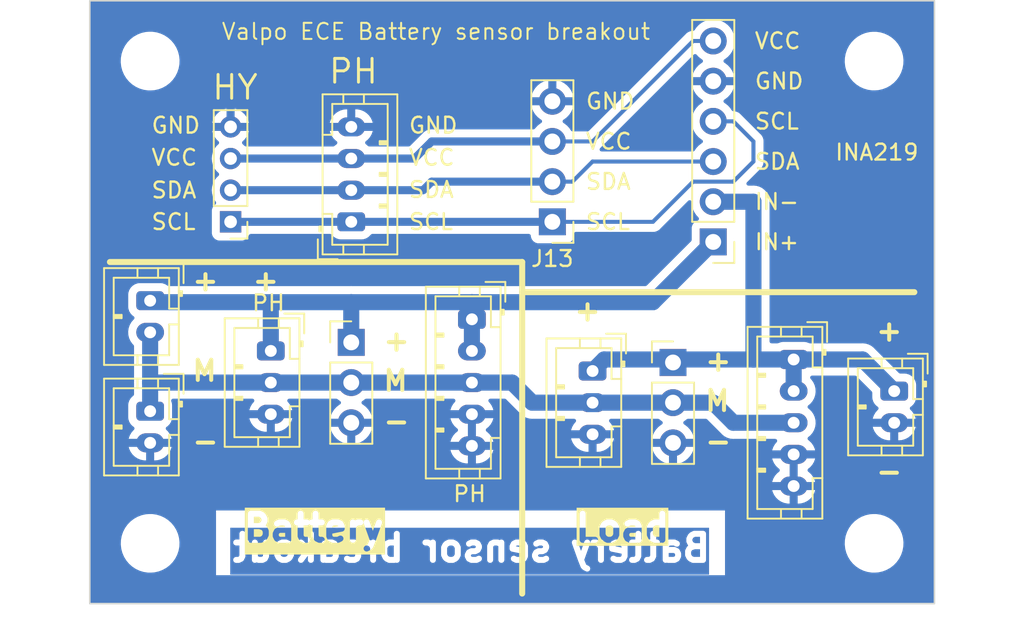
<source format=kicad_pcb>
(kicad_pcb (version 20221018) (generator pcbnew)
  (layers (0 "F.Cu" signal) (31 "B.Cu" signal) (34 "B.Paste" user) (35 "F.Paste" user) (36 "B.SilkS" user "B.Silkscreen") (37 "F.SilkS" user "F.Silkscreen") (38 "B.Mask" user) (39 "F.Mask" user) (44 "Edge.Cuts" user))
  (net 0 "")
  (net 1 "VBATT")
  (net 2 "VMID")
  (net 3 "GND")
  (net 4 "VLOAD")
  (net 5 "Net-(J10-Pin_3)")
  (net 6 "Net-(J10-Pin_4)")
  (net 7 "Net-(J10-Pin_6)")
  (footprint "Connector_PinHeader_2.54mm:PinHeader_1x04_P2.54mm_Vertical" (layer "F.Cu") (at 121.92 83.82 180)
    (fp_text reference "J13" (at 0 -2.33 180) (layer "F.SilkS"))
    (fp_text value "100mil")
    (fp_line (start -1.33 -1.33) (end 0 -1.33) (stroke (width 0.12)) (layer "F.SilkS"))
    (fp_line (start -1.33 0) (end -1.33 -1.33) (stroke (width 0.12)) (layer "F.SilkS"))
    (fp_line (start -1.33 1.27) (end -1.33 8.95) (stroke (width 0.12)) (layer "F.SilkS"))
    (fp_line (start -1.33 1.27) (end 1.33 1.27) (stroke (width 0.12)) (layer "F.SilkS"))
    (fp_line (start -1.33 8.95) (end 1.33 8.95) (stroke (width 0.12)) (layer "F.SilkS"))
    (fp_line (start 1.33 1.27) (end 1.33 8.95) (stroke (width 0.12)) (layer "F.SilkS"))
    (pad "1" thru_hole rect (at 0 0 180) (size 1.7 1.7) (drill 1) (layers "*.Cu" "*.Mask") (net 6 "Net-(J10-Pin_4)"))
    (pad "2" thru_hole oval (at 0 2.54 180) (size 1.7 1.7) (drill 1) (layers "*.Cu" "*.Mask") (net 5 "Net-(J10-Pin_3)"))
    (pad "3" thru_hole oval (at 0 5.08 180) (size 1.7 1.7) (drill 1) (layers "*.Cu" "*.Mask") (net 7 "Net-(J10-Pin_6)"))
    (pad "4" thru_hole oval (at 0 7.62 180) (size 1.7 1.7) (drill 1) (layers "*.Cu" "*.Mask") (net 3 "GND"))
  )
  (footprint "Connector_PinHeader_2.00mm:PinHeader_1x04_P2.00mm_Vertical" (layer "F.Cu") (at 101.6 83.82 180)
    (fp_text reference "J12" hide)
    (fp_text value "HY2.0")
    (fp_line (start -1.06 -1.06) (end 0 -1.06) (stroke (width 0.12)) (layer "F.SilkS"))
    (fp_line (start -1.06 0) (end -1.06 -1.06) (stroke (width 0.12)) (layer "F.SilkS"))
    (fp_line (start -1.06 1) (end -1.06 7.06) (stroke (width 0.12)) (layer "F.SilkS"))
    (fp_line (start -1.06 1) (end 1.06 1) (stroke (width 0.12)) (layer "F.SilkS"))
    (fp_line (start -1.06 7.06) (end 1.06 7.06) (stroke (width 0.12)) (layer "F.SilkS"))
    (fp_line (start 1.06 1) (end 1.06 7.06) (stroke (width 0.12)) (layer "F.SilkS"))
    (pad "1" thru_hole rect (at 0 0 180) (size 1.35 1.35) (drill 0.8) (layers "*.Cu" "*.Mask") (net 6 "Net-(J10-Pin_4)"))
    (pad "2" thru_hole oval (at 0 2 180) (size 1.35 1.35) (drill 0.8) (layers "*.Cu" "*.Mask") (net 5 "Net-(J10-Pin_3)"))
    (pad "3" thru_hole oval (at 0 4 180) (size 1.35 1.35) (drill 0.8) (layers "*.Cu" "*.Mask") (net 7 "Net-(J10-Pin_6)"))
    (pad "4" thru_hole oval (at 0 6 180) (size 1.35 1.35) (drill 0.8) (layers "*.Cu" "*.Mask") (net 3 "GND"))
  )
  (footprint "MountingHole:MountingHole_3.2mm_M3" (layer "F.Cu") (at 142.24 104.14)
    (fp_text reference "H4" hide)
    (fp_text value "MountingHole_3.2mm_M3")
    (pad "" np_thru_hole circle (at 0 0) (size 3.2 3.2) (drill 3.2) (layers "F&B.Cu" "*.Mask"))
  )
  (footprint "Connector_JST:JST_PH_B3B-PH-K_1x03_P2.00mm_Vertical" (layer "F.Cu") (at 104.14 91.98 -90)
    (fp_text reference "J3" hide)
    (fp_text value "batt_2S_PH")
    (fp_line (start -2.36 -2.11) (end -2.36 -0.86) (stroke (width 0.12)) (layer "F.SilkS"))
    (fp_line (start -2.06 -1.81) (end -2.06 2.91) (stroke (width 0.12)) (layer "F.SilkS"))
    (fp_line (start -2.06 -0.5) (end -1.45 -0.5) (stroke (width 0.12)) (layer "F.SilkS"))
    (fp_line (start -2.06 0.8) (end -1.45 0.8) (stroke (width 0.12)) (layer "F.SilkS"))
    (fp_line (start -2.06 2.91) (end 6.06 2.91) (stroke (width 0.12)) (layer "F.SilkS"))
    (fp_line (start -1.45 -1.2) (end -1.45 2.3) (stroke (width 0.12)) (layer "F.SilkS"))
    (fp_line (start -1.45 2.3) (end 5.45 2.3) (stroke (width 0.12)) (layer "F.SilkS"))
    (fp_line (start -1.11 -2.11) (end -2.36 -2.11) (stroke (width 0.12)) (layer "F.SilkS"))
    (fp_line (start -0.6 -2.01) (end -0.6 -1.81) (stroke (width 0.12)) (layer "F.SilkS"))
    (fp_line (start -0.3 -2.01) (end -0.6 -2.01) (stroke (width 0.12)) (layer "F.SilkS"))
    (fp_line (start -0.3 -1.91) (end -0.6 -1.91) (stroke (width 0.12)) (layer "F.SilkS"))
    (fp_line (start -0.3 -1.81) (end -0.3 -2.01) (stroke (width 0.12)) (layer "F.SilkS"))
    (fp_line (start 0.5 -1.81) (end 0.5 -1.2) (stroke (width 0.12)) (layer "F.SilkS"))
    (fp_line (start 0.5 -1.2) (end -1.45 -1.2) (stroke (width 0.12)) (layer "F.SilkS"))
    (fp_line (start 0.9 1.8) (end 1.1 1.8) (stroke (width 0.12)) (layer "F.SilkS"))
    (fp_line (start 0.9 2.3) (end 0.9 1.8) (stroke (width 0.12)) (layer "F.SilkS"))
    (fp_line (start 1 2.3) (end 1 1.8) (stroke (width 0.12)) (layer "F.SilkS"))
    (fp_line (start 1.1 1.8) (end 1.1 2.3) (stroke (width 0.12)) (layer "F.SilkS"))
    (fp_line (start 2.9 1.8) (end 3.1 1.8) (stroke (width 0.12)) (layer "F.SilkS"))
    (fp_line (start 2.9 2.3) (end 2.9 1.8) (stroke (width 0.12)) (layer "F.SilkS"))
    (fp_line (start 3 2.3) (end 3 1.8) (stroke (width 0.12)) (layer "F.SilkS"))
    (fp_line (start 3.1 1.8) (end 3.1 2.3) (stroke (width 0.12)) (layer "F.SilkS"))
    (fp_line (start 3.5 -1.2) (end 3.5 -1.81) (stroke (width 0.12)) (layer "F.SilkS"))
    (fp_line (start 5.45 -1.2) (end 3.5 -1.2) (stroke (width 0.12)) (layer "F.SilkS"))
    (fp_line (start 5.45 2.3) (end 5.45 -1.2) (stroke (width 0.12)) (layer "F.SilkS"))
    (fp_line (start 6.06 -1.81) (end -2.06 -1.81) (stroke (width 0.12)) (layer "F.SilkS"))
    (fp_line (start 6.06 -0.5) (end 5.45 -0.5) (stroke (width 0.12)) (layer "F.SilkS"))
    (fp_line (start 6.06 0.8) (end 5.45 0.8) (stroke (width 0.12)) (layer "F.SilkS"))
    (fp_line (start 6.06 2.91) (end 6.06 -1.81) (stroke (width 0.12)) (layer "F.SilkS"))
    (pad "1" thru_hole roundrect (at 0 0 270) (size 1.2 1.75) (drill 0.75) (layers "*.Cu" "*.Mask") (roundrect_rratio 0.2083333333) (net 1 "VBATT"))
    (pad "2" thru_hole oval (at 2 0 270) (size 1.2 1.75) (drill 0.75) (layers "*.Cu" "*.Mask") (net 2 "VMID"))
    (pad "3" thru_hole oval (at 4 0 270) (size 1.2 1.75) (drill 0.75) (layers "*.Cu" "*.Mask") (net 3 "GND"))
  )
  (footprint "Connector_JST:JST_PH_B3B-PH-K_1x03_P2.00mm_Vertical" (layer "F.Cu") (at 124.46 93.25 -90)
    (fp_text reference "J6" hide)
    (fp_text value "batt_2S_PH")
    (fp_line (start -2.36 -2.11) (end -2.36 -0.86) (stroke (width 0.12)) (layer "F.SilkS"))
    (fp_line (start -2.06 -1.81) (end -2.06 2.91) (stroke (width 0.12)) (layer "F.SilkS"))
    (fp_line (start -2.06 -0.5) (end -1.45 -0.5) (stroke (width 0.12)) (layer "F.SilkS"))
    (fp_line (start -2.06 0.8) (end -1.45 0.8) (stroke (width 0.12)) (layer "F.SilkS"))
    (fp_line (start -2.06 2.91) (end 6.06 2.91) (stroke (width 0.12)) (layer "F.SilkS"))
    (fp_line (start -1.45 -1.2) (end -1.45 2.3) (stroke (width 0.12)) (layer "F.SilkS"))
    (fp_line (start -1.45 2.3) (end 5.45 2.3) (stroke (width 0.12)) (layer "F.SilkS"))
    (fp_line (start -1.11 -2.11) (end -2.36 -2.11) (stroke (width 0.12)) (layer "F.SilkS"))
    (fp_line (start -0.6 -2.01) (end -0.6 -1.81) (stroke (width 0.12)) (layer "F.SilkS"))
    (fp_line (start -0.3 -2.01) (end -0.6 -2.01) (stroke (width 0.12)) (layer "F.SilkS"))
    (fp_line (start -0.3 -1.91) (end -0.6 -1.91) (stroke (width 0.12)) (layer "F.SilkS"))
    (fp_line (start -0.3 -1.81) (end -0.3 -2.01) (stroke (width 0.12)) (layer "F.SilkS"))
    (fp_line (start 0.5 -1.81) (end 0.5 -1.2) (stroke (width 0.12)) (layer "F.SilkS"))
    (fp_line (start 0.5 -1.2) (end -1.45 -1.2) (stroke (width 0.12)) (layer "F.SilkS"))
    (fp_line (start 0.9 1.8) (end 1.1 1.8) (stroke (width 0.12)) (layer "F.SilkS"))
    (fp_line (start 0.9 2.3) (end 0.9 1.8) (stroke (width 0.12)) (layer "F.SilkS"))
    (fp_line (start 1 2.3) (end 1 1.8) (stroke (width 0.12)) (layer "F.SilkS"))
    (fp_line (start 1.1 1.8) (end 1.1 2.3) (stroke (width 0.12)) (layer "F.SilkS"))
    (fp_line (start 2.9 1.8) (end 3.1 1.8) (stroke (width 0.12)) (layer "F.SilkS"))
    (fp_line (start 2.9 2.3) (end 2.9 1.8) (stroke (width 0.12)) (layer "F.SilkS"))
    (fp_line (start 3 2.3) (end 3 1.8) (stroke (width 0.12)) (layer "F.SilkS"))
    (fp_line (start 3.1 1.8) (end 3.1 2.3) (stroke (width 0.12)) (layer "F.SilkS"))
    (fp_line (start 3.5 -1.2) (end 3.5 -1.81) (stroke (width 0.12)) (layer "F.SilkS"))
    (fp_line (start 5.45 -1.2) (end 3.5 -1.2) (stroke (width 0.12)) (layer "F.SilkS"))
    (fp_line (start 5.45 2.3) (end 5.45 -1.2) (stroke (width 0.12)) (layer "F.SilkS"))
    (fp_line (start 6.06 -1.81) (end -2.06 -1.81) (stroke (width 0.12)) (layer "F.SilkS"))
    (fp_line (start 6.06 -0.5) (end 5.45 -0.5) (stroke (width 0.12)) (layer "F.SilkS"))
    (fp_line (start 6.06 0.8) (end 5.45 0.8) (stroke (width 0.12)) (layer "F.SilkS"))
    (fp_line (start 6.06 2.91) (end 6.06 -1.81) (stroke (width 0.12)) (layer "F.SilkS"))
    (pad "1" thru_hole roundrect (at 0 0 270) (size 1.2 1.75) (drill 0.75) (layers "*.Cu" "*.Mask") (roundrect_rratio 0.2083333333) (net 4 "VLOAD"))
    (pad "2" thru_hole oval (at 2 0 270) (size 1.2 1.75) (drill 0.75) (layers "*.Cu" "*.Mask") (net 2 "VMID"))
    (pad "3" thru_hole oval (at 4 0 270) (size 1.2 1.75) (drill 0.75) (layers "*.Cu" "*.Mask") (net 3 "GND"))
  )
  (footprint "Connector_JST:JST_PH_B2B-PH-K_1x02_P2.00mm_Vertical" (layer "F.Cu") (at 143.51 94.52 -90)
    (fp_text reference "J9" hide)
    (fp_text value "batt_1S")
    (fp_line (start -2.36 -2.11) (end -2.36 -0.86) (stroke (width 0.12)) (layer "F.SilkS"))
    (fp_line (start -2.06 -1.81) (end -2.06 2.91) (stroke (width 0.12)) (layer "F.SilkS"))
    (fp_line (start -2.06 -0.5) (end -1.45 -0.5) (stroke (width 0.12)) (layer "F.SilkS"))
    (fp_line (start -2.06 0.8) (end -1.45 0.8) (stroke (width 0.12)) (layer "F.SilkS"))
    (fp_line (start -2.06 2.91) (end 4.06 2.91) (stroke (width 0.12)) (layer "F.SilkS"))
    (fp_line (start -1.45 -1.2) (end -1.45 2.3) (stroke (width 0.12)) (layer "F.SilkS"))
    (fp_line (start -1.45 2.3) (end 3.45 2.3) (stroke (width 0.12)) (layer "F.SilkS"))
    (fp_line (start -1.11 -2.11) (end -2.36 -2.11) (stroke (width 0.12)) (layer "F.SilkS"))
    (fp_line (start -0.6 -2.01) (end -0.6 -1.81) (stroke (width 0.12)) (layer "F.SilkS"))
    (fp_line (start -0.3 -2.01) (end -0.6 -2.01) (stroke (width 0.12)) (layer "F.SilkS"))
    (fp_line (start -0.3 -1.91) (end -0.6 -1.91) (stroke (width 0.12)) (layer "F.SilkS"))
    (fp_line (start -0.3 -1.81) (end -0.3 -2.01) (stroke (width 0.12)) (layer "F.SilkS"))
    (fp_line (start 0.5 -1.81) (end 0.5 -1.2) (stroke (width 0.12)) (layer "F.SilkS"))
    (fp_line (start 0.5 -1.2) (end -1.45 -1.2) (stroke (width 0.12)) (layer "F.SilkS"))
    (fp_line (start 0.9 1.8) (end 1.1 1.8) (stroke (width 0.12)) (layer "F.SilkS"))
    (fp_line (start 0.9 2.3) (end 0.9 1.8) (stroke (width 0.12)) (layer "F.SilkS"))
    (fp_line (start 1 2.3) (end 1 1.8) (stroke (width 0.12)) (layer "F.SilkS"))
    (fp_line (start 1.1 1.8) (end 1.1 2.3) (stroke (width 0.12)) (layer "F.SilkS"))
    (fp_line (start 1.5 -1.2) (end 1.5 -1.81) (stroke (width 0.12)) (layer "F.SilkS"))
    (fp_line (start 3.45 -1.2) (end 1.5 -1.2) (stroke (width 0.12)) (layer "F.SilkS"))
    (fp_line (start 3.45 2.3) (end 3.45 -1.2) (stroke (width 0.12)) (layer "F.SilkS"))
    (fp_line (start 4.06 -1.81) (end -2.06 -1.81) (stroke (width 0.12)) (layer "F.SilkS"))
    (fp_line (start 4.06 -0.5) (end 3.45 -0.5) (stroke (width 0.12)) (layer "F.SilkS"))
    (fp_line (start 4.06 0.8) (end 3.45 0.8) (stroke (width 0.12)) (layer "F.SilkS"))
    (fp_line (start 4.06 2.91) (end 4.06 -1.81) (stroke (width 0.12)) (layer "F.SilkS"))
    (pad "1" thru_hole roundrect (at 0 0 270) (size 1.2 1.75) (drill 0.75) (layers "*.Cu" "*.Mask") (roundrect_rratio 0.2083333333) (net 4 "VLOAD"))
    (pad "2" thru_hole oval (at 2 0 270) (size 1.2 1.75) (drill 0.75) (layers "*.Cu" "*.Mask") (net 3 "GND"))
  )
  (footprint "Connector_JST:JST_PH_B2B-PH-K_1x02_P2.00mm_Vertical" (layer "F.Cu") (at 96.52 88.805 -90)
    (fp_text reference "J1" hide)
    (fp_text value "batt_1S")
    (fp_line (start -2.36 -2.11) (end -2.36 -0.86) (stroke (width 0.12)) (layer "F.SilkS"))
    (fp_line (start -2.06 -1.81) (end -2.06 2.91) (stroke (width 0.12)) (layer "F.SilkS"))
    (fp_line (start -2.06 -0.5) (end -1.45 -0.5) (stroke (width 0.12)) (layer "F.SilkS"))
    (fp_line (start -2.06 0.8) (end -1.45 0.8) (stroke (width 0.12)) (layer "F.SilkS"))
    (fp_line (start -2.06 2.91) (end 4.06 2.91) (stroke (width 0.12)) (layer "F.SilkS"))
    (fp_line (start -1.45 -1.2) (end -1.45 2.3) (stroke (width 0.12)) (layer "F.SilkS"))
    (fp_line (start -1.45 2.3) (end 3.45 2.3) (stroke (width 0.12)) (layer "F.SilkS"))
    (fp_line (start -1.11 -2.11) (end -2.36 -2.11) (stroke (width 0.12)) (layer "F.SilkS"))
    (fp_line (start -0.6 -2.01) (end -0.6 -1.81) (stroke (width 0.12)) (layer "F.SilkS"))
    (fp_line (start -0.3 -2.01) (end -0.6 -2.01) (stroke (width 0.12)) (layer "F.SilkS"))
    (fp_line (start -0.3 -1.91) (end -0.6 -1.91) (stroke (width 0.12)) (layer "F.SilkS"))
    (fp_line (start -0.3 -1.81) (end -0.3 -2.01) (stroke (width 0.12)) (layer "F.SilkS"))
    (fp_line (start 0.5 -1.81) (end 0.5 -1.2) (stroke (width 0.12)) (layer "F.SilkS"))
    (fp_line (start 0.5 -1.2) (end -1.45 -1.2) (stroke (width 0.12)) (layer "F.SilkS"))
    (fp_line (start 0.9 1.8) (end 1.1 1.8) (stroke (width 0.12)) (layer "F.SilkS"))
    (fp_line (start 0.9 2.3) (end 0.9 1.8) (stroke (width 0.12)) (layer "F.SilkS"))
    (fp_line (start 1 2.3) (end 1 1.8) (stroke (width 0.12)) (layer "F.SilkS"))
    (fp_line (start 1.1 1.8) (end 1.1 2.3) (stroke (width 0.12)) (layer "F.SilkS"))
    (fp_line (start 1.5 -1.2) (end 1.5 -1.81) (stroke (width 0.12)) (layer "F.SilkS"))
    (fp_line (start 3.45 -1.2) (end 1.5 -1.2) (stroke (width 0.12)) (layer "F.SilkS"))
    (fp_line (start 3.45 2.3) (end 3.45 -1.2) (stroke (width 0.12)) (layer "F.SilkS"))
    (fp_line (start 4.06 -1.81) (end -2.06 -1.81) (stroke (width 0.12)) (layer "F.SilkS"))
    (fp_line (start 4.06 -0.5) (end 3.45 -0.5) (stroke (width 0.12)) (layer "F.SilkS"))
    (fp_line (start 4.06 0.8) (end 3.45 0.8) (stroke (width 0.12)) (layer "F.SilkS"))
    (fp_line (start 4.06 2.91) (end 4.06 -1.81) (stroke (width 0.12)) (layer "F.SilkS"))
    (pad "1" thru_hole roundrect (at 0 0 270) (size 1.2 1.75) (drill 0.75) (layers "*.Cu" "*.Mask") (roundrect_rratio 0.2083333333) (net 1 "VBATT"))
    (pad "2" thru_hole oval (at 2 0 270) (size 1.2 1.75) (drill 0.75) (layers "*.Cu" "*.Mask") (net 2 "VMID"))
  )
  (footprint "Connector_PinHeader_2.54mm:PinHeader_1x03_P2.54mm_Vertical" (layer "F.Cu") (at 109.22 91.44)
    (fp_text reference "J4" hide)
    (fp_text value "batt_2S_254")
    (fp_line (start -1.33 -1.33) (end 0 -1.33) (stroke (width 0.12)) (layer "F.SilkS"))
    (fp_line (start -1.33 0) (end -1.33 -1.33) (stroke (width 0.12)) (layer "F.SilkS"))
    (fp_line (start -1.33 1.27) (end -1.33 6.41) (stroke (width 0.12)) (layer "F.SilkS"))
    (fp_line (start -1.33 1.27) (end 1.33 1.27) (stroke (width 0.12)) (layer "F.SilkS"))
    (fp_line (start -1.33 6.41) (end 1.33 6.41) (stroke (width 0.12)) (layer "F.SilkS"))
    (fp_line (start 1.33 1.27) (end 1.33 6.41) (stroke (width 0.12)) (layer "F.SilkS"))
    (pad "1" thru_hole rect (at 0 0) (size 1.7 1.7) (drill 1) (layers "*.Cu" "*.Mask") (net 1 "VBATT"))
    (pad "2" thru_hole oval (at 0 2.54) (size 1.7 1.7) (drill 1) (layers "*.Cu" "*.Mask") (net 2 "VMID"))
    (pad "3" thru_hole oval (at 0 5.08) (size 1.7 1.7) (drill 1) (layers "*.Cu" "*.Mask") (net 3 "GND"))
  )
  (footprint "Connector_JST:JST_PH_B5B-PH-K_1x05_P2.00mm_Vertical" (layer "F.Cu") (at 137.16 92.52 -90)
    (fp_text reference "J8" hide)
    (fp_text value "batt_2S")
    (fp_line (start -2.36 -2.11) (end -2.36 -0.86) (stroke (width 0.12)) (layer "F.SilkS"))
    (fp_line (start -2.06 -1.81) (end -2.06 2.91) (stroke (width 0.12)) (layer "F.SilkS"))
    (fp_line (start -2.06 -0.5) (end -1.45 -0.5) (stroke (width 0.12)) (layer "F.SilkS"))
    (fp_line (start -2.06 0.8) (end -1.45 0.8) (stroke (width 0.12)) (layer "F.SilkS"))
    (fp_line (start -2.06 2.91) (end 10.06 2.91) (stroke (width 0.12)) (layer "F.SilkS"))
    (fp_line (start -1.45 -1.2) (end -1.45 2.3) (stroke (width 0.12)) (layer "F.SilkS"))
    (fp_line (start -1.45 2.3) (end 9.45 2.3) (stroke (width 0.12)) (layer "F.SilkS"))
    (fp_line (start -1.11 -2.11) (end -2.36 -2.11) (stroke (width 0.12)) (layer "F.SilkS"))
    (fp_line (start -0.6 -2.01) (end -0.6 -1.81) (stroke (width 0.12)) (layer "F.SilkS"))
    (fp_line (start -0.3 -2.01) (end -0.6 -2.01) (stroke (width 0.12)) (layer "F.SilkS"))
    (fp_line (start -0.3 -1.91) (end -0.6 -1.91) (stroke (width 0.12)) (layer "F.SilkS"))
    (fp_line (start -0.3 -1.81) (end -0.3 -2.01) (stroke (width 0.12)) (layer "F.SilkS"))
    (fp_line (start 0.5 -1.81) (end 0.5 -1.2) (stroke (width 0.12)) (layer "F.SilkS"))
    (fp_line (start 0.5 -1.2) (end -1.45 -1.2) (stroke (width 0.12)) (layer "F.SilkS"))
    (fp_line (start 0.9 1.8) (end 1.1 1.8) (stroke (width 0.12)) (layer "F.SilkS"))
    (fp_line (start 0.9 2.3) (end 0.9 1.8) (stroke (width 0.12)) (layer "F.SilkS"))
    (fp_line (start 1 2.3) (end 1 1.8) (stroke (width 0.12)) (layer "F.SilkS"))
    (fp_line (start 1.1 1.8) (end 1.1 2.3) (stroke (width 0.12)) (layer "F.SilkS"))
    (fp_line (start 2.9 1.8) (end 3.1 1.8) (stroke (width 0.12)) (layer "F.SilkS"))
    (fp_line (start 2.9 2.3) (end 2.9 1.8) (stroke (width 0.12)) (layer "F.SilkS"))
    (fp_line (start 3 2.3) (end 3 1.8) (stroke (width 0.12)) (layer "F.SilkS"))
    (fp_line (start 3.1 1.8) (end 3.1 2.3) (stroke (width 0.12)) (layer "F.SilkS"))
    (fp_line (start 4.9 1.8) (end 5.1 1.8) (stroke (width 0.12)) (layer "F.SilkS"))
    (fp_line (start 4.9 2.3) (end 4.9 1.8) (stroke (width 0.12)) (layer "F.SilkS"))
    (fp_line (start 5 2.3) (end 5 1.8) (stroke (width 0.12)) (layer "F.SilkS"))
    (fp_line (start 5.1 1.8) (end 5.1 2.3) (stroke (width 0.12)) (layer "F.SilkS"))
    (fp_line (start 6.9 1.8) (end 7.1 1.8) (stroke (width 0.12)) (layer "F.SilkS"))
    (fp_line (start 6.9 2.3) (end 6.9 1.8) (stroke (width 0.12)) (layer "F.SilkS"))
    (fp_line (start 7 2.3) (end 7 1.8) (stroke (width 0.12)) (layer "F.SilkS"))
    (fp_line (start 7.1 1.8) (end 7.1 2.3) (stroke (width 0.12)) (layer "F.SilkS"))
    (fp_line (start 7.5 -1.2) (end 7.5 -1.81) (stroke (width 0.12)) (layer "F.SilkS"))
    (fp_line (start 9.45 -1.2) (end 7.5 -1.2) (stroke (width 0.12)) (layer "F.SilkS"))
    (fp_line (start 9.45 2.3) (end 9.45 -1.2) (stroke (width 0.12)) (layer "F.SilkS"))
    (fp_line (start 10.06 -1.81) (end -2.06 -1.81) (stroke (width 0.12)) (layer "F.SilkS"))
    (fp_line (start 10.06 -0.5) (end 9.45 -0.5) (stroke (width 0.12)) (layer "F.SilkS"))
    (fp_line (start 10.06 0.8) (end 9.45 0.8) (stroke (width 0.12)) (layer "F.SilkS"))
    (fp_line (start 10.06 2.91) (end 10.06 -1.81) (stroke (width 0.12)) (layer "F.SilkS"))
    (pad "1" thru_hole roundrect (at 0 0 270) (size 1.2 1.75) (drill 0.75) (layers "*.Cu" "*.Mask") (roundrect_rratio 0.2083333333) (net 4 "VLOAD"))
    (pad "2" thru_hole oval (at 2 0 270) (size 1.2 1.75) (drill 0.75) (layers "*.Cu" "*.Mask") (net 4 "VLOAD"))
    (pad "3" thru_hole oval (at 4 0 270) (size 1.2 1.75) (drill 0.75) (layers "*.Cu" "*.Mask") (net 2 "VMID"))
    (pad "4" thru_hole oval (at 6 0 270) (size 1.2 1.75) (drill 0.75) (layers "*.Cu" "*.Mask") (net 3 "GND"))
    (pad "5" thru_hole oval (at 8 0 270) (size 1.2 1.75) (drill 0.75) (layers "*.Cu" "*.Mask") (net 3 "GND"))
  )
  (footprint "Connector_JST:JST_PH_B5B-PH-K_1x05_P2.00mm_Vertical" (layer "F.Cu") (at 116.84 89.98 -90)
    (fp_text reference "J5" hide)
    (fp_text value "batt_2S")
    (fp_line (start -2.36 -2.11) (end -2.36 -0.86) (stroke (width 0.12)) (layer "F.SilkS"))
    (fp_line (start -2.06 -1.81) (end -2.06 2.91) (stroke (width 0.12)) (layer "F.SilkS"))
    (fp_line (start -2.06 -0.5) (end -1.45 -0.5) (stroke (width 0.12)) (layer "F.SilkS"))
    (fp_line (start -2.06 0.8) (end -1.45 0.8) (stroke (width 0.12)) (layer "F.SilkS"))
    (fp_line (start -2.06 2.91) (end 10.06 2.91) (stroke (width 0.12)) (layer "F.SilkS"))
    (fp_line (start -1.45 -1.2) (end -1.45 2.3) (stroke (width 0.12)) (layer "F.SilkS"))
    (fp_line (start -1.45 2.3) (end 9.45 2.3) (stroke (width 0.12)) (layer "F.SilkS"))
    (fp_line (start -1.11 -2.11) (end -2.36 -2.11) (stroke (width 0.12)) (layer "F.SilkS"))
    (fp_line (start -0.6 -2.01) (end -0.6 -1.81) (stroke (width 0.12)) (layer "F.SilkS"))
    (fp_line (start -0.3 -2.01) (end -0.6 -2.01) (stroke (width 0.12)) (layer "F.SilkS"))
    (fp_line (start -0.3 -1.91) (end -0.6 -1.91) (stroke (width 0.12)) (layer "F.SilkS"))
    (fp_line (start -0.3 -1.81) (end -0.3 -2.01) (stroke (width 0.12)) (layer "F.SilkS"))
    (fp_line (start 0.5 -1.81) (end 0.5 -1.2) (stroke (width 0.12)) (layer "F.SilkS"))
    (fp_line (start 0.5 -1.2) (end -1.45 -1.2) (stroke (width 0.12)) (layer "F.SilkS"))
    (fp_line (start 0.9 1.8) (end 1.1 1.8) (stroke (width 0.12)) (layer "F.SilkS"))
    (fp_line (start 0.9 2.3) (end 0.9 1.8) (stroke (width 0.12)) (layer "F.SilkS"))
    (fp_line (start 1 2.3) (end 1 1.8) (stroke (width 0.12)) (layer "F.SilkS"))
    (fp_line (start 1.1 1.8) (end 1.1 2.3) (stroke (width 0.12)) (layer "F.SilkS"))
    (fp_line (start 2.9 1.8) (end 3.1 1.8) (stroke (width 0.12)) (layer "F.SilkS"))
    (fp_line (start 2.9 2.3) (end 2.9 1.8) (stroke (width 0.12)) (layer "F.SilkS"))
    (fp_line (start 3 2.3) (end 3 1.8) (stroke (width 0.12)) (layer "F.SilkS"))
    (fp_line (start 3.1 1.8) (end 3.1 2.3) (stroke (width 0.12)) (layer "F.SilkS"))
    (fp_line (start 4.9 1.8) (end 5.1 1.8) (stroke (width 0.12)) (layer "F.SilkS"))
    (fp_line (start 4.9 2.3) (end 4.9 1.8) (stroke (width 0.12)) (layer "F.SilkS"))
    (fp_line (start 5 2.3) (end 5 1.8) (stroke (width 0.12)) (layer "F.SilkS"))
    (fp_line (start 5.1 1.8) (end 5.1 2.3) (stroke (width 0.12)) (layer "F.SilkS"))
    (fp_line (start 6.9 1.8) (end 7.1 1.8) (stroke (width 0.12)) (layer "F.SilkS"))
    (fp_line (start 6.9 2.3) (end 6.9 1.8) (stroke (width 0.12)) (layer "F.SilkS"))
    (fp_line (start 7 2.3) (end 7 1.8) (stroke (width 0.12)) (layer "F.SilkS"))
    (fp_line (start 7.1 1.8) (end 7.1 2.3) (stroke (width 0.12)) (layer "F.SilkS"))
    (fp_line (start 7.5 -1.2) (end 7.5 -1.81) (stroke (width 0.12)) (layer "F.SilkS"))
    (fp_line (start 9.45 -1.2) (end 7.5 -1.2) (stroke (width 0.12)) (layer "F.SilkS"))
    (fp_line (start 9.45 2.3) (end 9.45 -1.2) (stroke (width 0.12)) (layer "F.SilkS"))
    (fp_line (start 10.06 -1.81) (end -2.06 -1.81) (stroke (width 0.12)) (layer "F.SilkS"))
    (fp_line (start 10.06 -0.5) (end 9.45 -0.5) (stroke (width 0.12)) (layer "F.SilkS"))
    (fp_line (start 10.06 0.8) (end 9.45 0.8) (stroke (width 0.12)) (layer "F.SilkS"))
    (fp_line (start 10.06 2.91) (end 10.06 -1.81) (stroke (width 0.12)) (layer "F.SilkS"))
    (pad "1" thru_hole roundrect (at 0 0 270) (size 1.2 1.75) (drill 0.75) (layers "*.Cu" "*.Mask") (roundrect_rratio 0.2083333333) (net 1 "VBATT"))
    (pad "2" thru_hole oval (at 2 0 270) (size 1.2 1.75) (drill 0.75) (layers "*.Cu" "*.Mask") (net 1 "VBATT"))
    (pad "3" thru_hole oval (at 4 0 270) (size 1.2 1.75) (drill 0.75) (layers "*.Cu" "*.Mask") (net 2 "VMID"))
    (pad "4" thru_hole oval (at 6 0 270) (size 1.2 1.75) (drill 0.75) (layers "*.Cu" "*.Mask") (net 3 "GND"))
    (pad "5" thru_hole oval (at 8 0 270) (size 1.2 1.75) (drill 0.75) (layers "*.Cu" "*.Mask") (net 3 "GND"))
  )
  (footprint "MountingHole:MountingHole_3.2mm_M3" (layer "F.Cu") (at 142.24 73.66)
    (fp_text reference "H2" hide)
    (fp_text value "MountingHole_3.2mm_M3")
    (pad "" np_thru_hole circle (at 0 0) (size 3.2 3.2) (drill 3.2) (layers "F&B.Cu" "*.Mask"))
  )
  (footprint "Connector_PinHeader_2.54mm:PinHeader_1x03_P2.54mm_Vertical" (layer "F.Cu") (at 129.54 92.71)
    (fp_text reference "J7" hide)
    (fp_text value "batt_2S_254")
    (fp_line (start -1.33 -1.33) (end 0 -1.33) (stroke (width 0.12)) (layer "F.SilkS"))
    (fp_line (start -1.33 0) (end -1.33 -1.33) (stroke (width 0.12)) (layer "F.SilkS"))
    (fp_line (start -1.33 1.27) (end -1.33 6.41) (stroke (width 0.12)) (layer "F.SilkS"))
    (fp_line (start -1.33 1.27) (end 1.33 1.27) (stroke (width 0.12)) (layer "F.SilkS"))
    (fp_line (start -1.33 6.41) (end 1.33 6.41) (stroke (width 0.12)) (layer "F.SilkS"))
    (fp_line (start 1.33 1.27) (end 1.33 6.41) (stroke (width 0.12)) (layer "F.SilkS"))
    (pad "1" thru_hole rect (at 0 0) (size 1.7 1.7) (drill 1) (layers "*.Cu" "*.Mask") (net 4 "VLOAD"))
    (pad "2" thru_hole oval (at 0 2.54) (size 1.7 1.7) (drill 1) (layers "*.Cu" "*.Mask") (net 2 "VMID"))
    (pad "3" thru_hole oval (at 0 5.08) (size 1.7 1.7) (drill 1) (layers "*.Cu" "*.Mask") (net 3 "GND"))
  )
  (footprint "Connector_PinHeader_2.54mm:PinHeader_1x06_P2.54mm_Vertical" (layer "F.Cu") (at 132.08 85.09 180)
    (fp_text reference "J10" hide)
    (fp_text value "INA219_breakout")
    (fp_line (start -1.33 -1.33) (end 0 -1.33) (stroke (width 0.12)) (layer "F.SilkS"))
    (fp_line (start -1.33 0) (end -1.33 -1.33) (stroke (width 0.12)) (layer "F.SilkS"))
    (fp_line (start -1.33 1.27) (end -1.33 14.03) (stroke (width 0.12)) (layer "F.SilkS"))
    (fp_line (start -1.33 1.27) (end 1.33 1.27) (stroke (width 0.12)) (layer "F.SilkS"))
    (fp_line (start -1.33 14.03) (end 1.33 14.03) (stroke (width 0.12)) (layer "F.SilkS"))
    (fp_line (start 1.33 1.27) (end 1.33 14.03) (stroke (width 0.12)) (layer "F.SilkS"))
    (pad "1" thru_hole rect (at 0 0 180) (size 1.7 1.7) (drill 1) (layers "*.Cu" "*.Mask") (net 1 "VBATT"))
    (pad "2" thru_hole oval (at 0 2.54 180) (size 1.7 1.7) (drill 1) (layers "*.Cu" "*.Mask") (net 4 "VLOAD"))
    (pad "3" thru_hole oval (at 0 5.08 180) (size 1.7 1.7) (drill 1) (layers "*.Cu" "*.Mask") (net 5 "Net-(J10-Pin_3)"))
    (pad "4" thru_hole oval (at 0 7.62 180) (size 1.7 1.7) (drill 1) (layers "*.Cu" "*.Mask") (net 6 "Net-(J10-Pin_4)"))
    (pad "5" thru_hole oval (at 0 10.16 180) (size 1.7 1.7) (drill 1) (layers "*.Cu" "*.Mask") (net 3 "GND"))
    (pad "6" thru_hole oval (at 0 12.7 180) (size 1.7 1.7) (drill 1) (layers "*.Cu" "*.Mask") (net 7 "Net-(J10-Pin_6)"))
  )
  (footprint "MountingHole:MountingHole_3.2mm_M3" (layer "F.Cu") (at 96.52 73.66)
    (fp_text reference "H1" hide)
    (fp_text value "MountingHole_3.2mm_M3")
    (pad "" np_thru_hole circle (at 0 0) (size 3.2 3.2) (drill 3.2) (layers "F&B.Cu" "*.Mask") (clearance 0.254))
  )
  (footprint "Connector_JST:JST_PH_B2B-PH-K_1x02_P2.00mm_Vertical" (layer "F.Cu") (at 96.52 95.79 -90)
    (fp_text reference "J2" hide)
    (fp_text value "batt_1S")
    (fp_line (start -2.36 -2.11) (end -2.36 -0.86) (stroke (width 0.12)) (layer "F.SilkS"))
    (fp_line (start -2.06 -1.81) (end -2.06 2.91) (stroke (width 0.12)) (layer "F.SilkS"))
    (fp_line (start -2.06 -0.5) (end -1.45 -0.5) (stroke (width 0.12)) (layer "F.SilkS"))
    (fp_line (start -2.06 0.8) (end -1.45 0.8) (stroke (width 0.12)) (layer "F.SilkS"))
    (fp_line (start -2.06 2.91) (end 4.06 2.91) (stroke (width 0.12)) (layer "F.SilkS"))
    (fp_line (start -1.45 -1.2) (end -1.45 2.3) (stroke (width 0.12)) (layer "F.SilkS"))
    (fp_line (start -1.45 2.3) (end 3.45 2.3) (stroke (width 0.12)) (layer "F.SilkS"))
    (fp_line (start -1.11 -2.11) (end -2.36 -2.11) (stroke (width 0.12)) (layer "F.SilkS"))
    (fp_line (start -0.6 -2.01) (end -0.6 -1.81) (stroke (width 0.12)) (layer "F.SilkS"))
    (fp_line (start -0.3 -2.01) (end -0.6 -2.01) (stroke (width 0.12)) (layer "F.SilkS"))
    (fp_line (start -0.3 -1.91) (end -0.6 -1.91) (stroke (width 0.12)) (layer "F.SilkS"))
    (fp_line (start -0.3 -1.81) (end -0.3 -2.01) (stroke (width 0.12)) (layer "F.SilkS"))
    (fp_line (start 0.5 -1.81) (end 0.5 -1.2) (stroke (width 0.12)) (layer "F.SilkS"))
    (fp_line (start 0.5 -1.2) (end -1.45 -1.2) (stroke (width 0.12)) (layer "F.SilkS"))
    (fp_line (start 0.9 1.8) (end 1.1 1.8) (stroke (width 0.12)) (layer "F.SilkS"))
    (fp_line (start 0.9 2.3) (end 0.9 1.8) (stroke (width 0.12)) (layer "F.SilkS"))
    (fp_line (start 1 2.3) (end 1 1.8) (stroke (width 0.12)) (layer "F.SilkS"))
    (fp_line (start 1.1 1.8) (end 1.1 2.3) (stroke (width 0.12)) (layer "F.SilkS"))
    (fp_line (start 1.5 -1.2) (end 1.5 -1.81) (stroke (width 0.12)) (layer "F.SilkS"))
    (fp_line (start 3.45 -1.2) (end 1.5 -1.2) (stroke (width 0.12)) (layer "F.SilkS"))
    (fp_line (start 3.45 2.3) (end 3.45 -1.2) (stroke (width 0.12)) (layer "F.SilkS"))
    (fp_line (start 4.06 -1.81) (end -2.06 -1.81) (stroke (width 0.12)) (layer "F.SilkS"))
    (fp_line (start 4.06 -0.5) (end 3.45 -0.5) (stroke (width 0.12)) (layer "F.SilkS"))
    (fp_line (start 4.06 0.8) (end 3.45 0.8) (stroke (width 0.12)) (layer "F.SilkS"))
    (fp_line (start 4.06 2.91) (end 4.06 -1.81) (stroke (width 0.12)) (layer "F.SilkS"))
    (pad "1" thru_hole roundrect (at 0 0 270) (size 1.2 1.75) (drill 0.75) (layers "*.Cu" "*.Mask") (roundrect_rratio 0.2083333333) (net 2 "VMID"))
    (pad "2" thru_hole oval (at 2 0 270) (size 1.2 1.75) (drill 0.75) (layers "*.Cu" "*.Mask") (net 3 "GND"))
  )
  (footprint "MountingHole:MountingHole_3.2mm_M3" (layer "F.Cu") (at 96.52 104.14)
    (fp_text reference "H3" hide)
    (fp_text value "MountingHole_3.2mm_M3")
    (pad "" np_thru_hole circle (at 0 0) (size 3.2 3.2) (drill 3.2) (layers "F&B.Cu" "*.Mask"))
  )
  (footprint "Connector_JST:JST_PH_B4B-PH-K_1x04_P2.00mm_Vertical" (layer "F.Cu") (at 109.22 83.82 90)
    (fp_text reference "J11" hide)
    (fp_text value "PH2.0-4P")
    (fp_line (start -2.36 -2.11) (end -2.36 -0.86) (stroke (width 0.12)) (layer "F.SilkS"))
    (fp_line (start -2.06 -1.81) (end -2.06 2.91) (stroke (width 0.12)) (layer "F.SilkS"))
    (fp_line (start -2.06 -0.5) (end -1.45 -0.5) (stroke (width 0.12)) (layer "F.SilkS"))
    (fp_line (start -2.06 0.8) (end -1.45 0.8) (stroke (width 0.12)) (layer "F.SilkS"))
    (fp_line (start -2.06 2.91) (end 8.06 2.91) (stroke (width 0.12)) (layer "F.SilkS"))
    (fp_line (start -1.45 -1.2) (end -1.45 2.3) (stroke (width 0.12)) (layer "F.SilkS"))
    (fp_line (start -1.45 2.3) (end 7.45 2.3) (stroke (width 0.12)) (layer "F.SilkS"))
    (fp_line (start -1.11 -2.11) (end -2.36 -2.11) (stroke (width 0.12)) (layer "F.SilkS"))
    (fp_line (start -0.6 -2.01) (end -0.6 -1.81) (stroke (width 0.12)) (layer "F.SilkS"))
    (fp_line (start -0.3 -2.01) (end -0.6 -2.01) (stroke (width 0.12)) (layer "F.SilkS"))
    (fp_line (start -0.3 -1.91) (end -0.6 -1.91) (stroke (width 0.12)) (layer "F.SilkS"))
    (fp_line (start -0.3 -1.81) (end -0.3 -2.01) (stroke (width 0.12)) (layer "F.SilkS"))
    (fp_line (start 0.5 -1.81) (end 0.5 -1.2) (stroke (width 0.12)) (layer "F.SilkS"))
    (fp_line (start 0.5 -1.2) (end -1.45 -1.2) (stroke (width 0.12)) (layer "F.SilkS"))
    (fp_line (start 0.9 1.8) (end 1.1 1.8) (stroke (width 0.12)) (layer "F.SilkS"))
    (fp_line (start 0.9 2.3) (end 0.9 1.8) (stroke (width 0.12)) (layer "F.SilkS"))
    (fp_line (start 1 2.3) (end 1 1.8) (stroke (width 0.12)) (layer "F.SilkS"))
    (fp_line (start 1.1 1.8) (end 1.1 2.3) (stroke (width 0.12)) (layer "F.SilkS"))
    (fp_line (start 2.9 1.8) (end 3.1 1.8) (stroke (width 0.12)) (layer "F.SilkS"))
    (fp_line (start 2.9 2.3) (end 2.9 1.8) (stroke (width 0.12)) (layer "F.SilkS"))
    (fp_line (start 3 2.3) (end 3 1.8) (stroke (width 0.12)) (layer "F.SilkS"))
    (fp_line (start 3.1 1.8) (end 3.1 2.3) (stroke (width 0.12)) (layer "F.SilkS"))
    (fp_line (start 4.9 1.8) (end 5.1 1.8) (stroke (width 0.12)) (layer "F.SilkS"))
    (fp_line (start 4.9 2.3) (end 4.9 1.8) (stroke (width 0.12)) (layer "F.SilkS"))
    (fp_line (start 5 2.3) (end 5 1.8) (stroke (width 0.12)) (layer "F.SilkS"))
    (fp_line (start 5.1 1.8) (end 5.1 2.3) (stroke (width 0.12)) (layer "F.SilkS"))
    (fp_line (start 5.5 -1.2) (end 5.5 -1.81) (stroke (width 0.12)) (layer "F.SilkS"))
    (fp_line (start 7.45 -1.2) (end 5.5 -1.2) (stroke (width 0.12)) (layer "F.SilkS"))
    (fp_line (start 7.45 2.3) (end 7.45 -1.2) (stroke (width 0.12)) (layer "F.SilkS"))
    (fp_line (start 8.06 -1.81) (end -2.06 -1.81) (stroke (width 0.12)) (layer "F.SilkS"))
    (fp_line (start 8.06 -0.5) (end 7.45 -0.5) (stroke (width 0.12)) (layer "F.SilkS"))
    (fp_line (start 8.06 0.8) (end 7.45 0.8) (stroke (width 0.12)) (layer "F.SilkS"))
    (fp_line (start 8.06 2.91) (end 8.06 -1.81) (stroke (width 0.12)) (layer "F.SilkS"))
    (pad "1" thru_hole roundrect (at 0 0 90) (size 1.2 1.75) (drill 0.75) (layers "*.Cu" "*.Mask") (roundrect_rratio 0.2083333333) (net 6 "Net-(J10-Pin_4)"))
    (pad "2" thru_hole oval (at 2 0 90) (size 1.2 1.75) (drill 0.75) (layers "*.Cu" "*.Mask") (net 5 "Net-(J10-Pin_3)"))
    (pad "3" thru_hole oval (at 4 0 90) (size 1.2 1.75) (drill 0.75) (layers "*.Cu" "*.Mask") (net 7 "Net-(J10-Pin_6)"))
    (pad "4" thru_hole oval (at 6 0 90) (size 1.2 1.75) (drill 0.75) (layers "*.Cu" "*.Mask") (net 3 "GND"))
  )
  (gr_line (start 120.015 88.265) (end 144.78 88.265) (stroke (width 0.381)) (layer "F.SilkS"))
  (gr_line (start 120.015 86.36) (end 93.98 86.36) (stroke (width 0.381)) (layer "F.SilkS"))
  (gr_line (start 120.015 86.36) (end 120.015 107.315) (stroke (width 0.381)) (layer "F.SilkS"))
  (gr_rect (start 92.71 69.85) (end 146.05 107.95) (stroke (width 0.1)) (fill none) (layer "Edge.Cuts"))
  (gr_text "Battery sensor breakout" (at 132.08 105.41) (layer "B.Cu" knockout) (effects (font (size 1.651 1.651) (thickness 0.381) bold) (justify left bottom mirror)))
  (gr_text "M" (at 111.125 94.615) (layer "F.SilkS") (effects (font (size 1.27 1.27) (thickness 0.254) bold) (justify left bottom)))
  (gr_text "IN+" (at 134.62 85.09) (layer "F.SilkS") (effects (font (size 1 1)) (justify left)))
  (gr_text "+" (at 99.06 88.265) (layer "F.SilkS") (effects (font (size 1.27 1.27) (thickness 0.254) bold) (justify left bottom)))
  (gr_text "SCL" (at 123.952 83.82) (layer "F.SilkS") (effects (font (size 1 1)) (justify left)))
  (gr_text "SDA" (at 112.776 81.788) (layer "F.SilkS") (effects (font (size 1 1)) (justify left)))
  (gr_text "VCC" (at 112.776 79.756) (layer "F.SilkS") (effects (font (size 1 1)) (justify left)))
  (gr_text "-" (at 131.445 98.425) (layer "F.SilkS") (effects (font (size 1.27 1.27) (thickness 0.254) bold) (justify left bottom)))
  (gr_text "M" (at 131.445 95.885) (layer "F.SilkS") (effects (font (size 1.27 1.27) (thickness 0.254) bold) (justify left bottom)))
  (gr_text "GND" (at 134.62 74.93) (layer "F.SilkS") (effects (font (size 1 1)) (justify left)))
  (gr_text "SDA" (at 96.52 81.82) (layer "F.SilkS") (effects (font (size 1 1)) (justify left)))
  (gr_text "Valpo ECE Battery sensor breakout" (at 100.965 72.39) (layer "F.SilkS") (effects (font (size 1.016 1.016) (thickness 0.127)) (justify left bottom)))
  (gr_text "-" (at 111.125 97.155) (layer "F.SilkS") (effects (font (size 1.27 1.27) (thickness 0.254) bold) (justify left bottom)))
  (gr_text "SDA" (at 134.62 80.01) (layer "F.SilkS") (effects (font (size 1 1)) (justify left)))
  (gr_text "GND" (at 96.52 77.724) (layer "F.SilkS") (effects (font (size 1 1)) (justify left)))
  (gr_text "GND" (at 123.952 76.2) (layer "F.SilkS") (effects (font (size 1 1)) (justify left)))
  (gr_text "Battery" (at 102.235 104.14) (layer "F.SilkS" knockout) (effects (font (size 1.651 1.651) (thickness 0.381) bold) (justify left bottom)))
  (gr_text "-" (at 99.06 98.425) (layer "F.SilkS") (effects (font (size 1.27 1.27) (thickness 0.254) bold) (justify left bottom)))
  (gr_text "GND" (at 112.776 77.724) (layer "F.SilkS") (effects (font (size 1 1)) (justify left)))
  (gr_text "HY" (at 100.33 76.2) (layer "F.SilkS") (effects (font (size 1.5 1.5) (thickness 0.1875)) (justify left bottom)))
  (gr_text "+" (at 123.19 90.17) (layer "F.SilkS") (effects (font (size 1.27 1.27) (thickness 0.254) bold) (justify left bottom)))
  (gr_text "+" (at 131.445 93.345) (layer "F.SilkS") (effects (font (size 1.27 1.27) (thickness 0.254) bold) (justify left bottom)))
  (gr_text "SCL" (at 112.776 83.82) (layer "F.SilkS") (effects (font (size 1 1)) (justify left)))
  (gr_text "VCC" (at 96.52 79.756) (layer "F.SilkS") (effects (font (size 1 1)) (justify left)))
  (gr_text "INA219" (at 139.7 80.01) (layer "F.SilkS") (effects (font (size 1 1)) (justify left bottom)))
  (gr_text "SCL" (at 134.62 77.47) (layer "F.SilkS") (effects (font (size 1 1)) (justify left)))
  (gr_text "+" (at 111.125 92.075) (layer "F.SilkS") (effects (font (size 1.27 1.27) (thickness 0.254) bold) (justify left bottom)))
  (gr_text "M" (at 99.06 93.98) (layer "F.SilkS") (effects (font (size 1.27 1.27) (thickness 0.254) bold) (justify left bottom)))
  (gr_text "VCC" (at 123.952 78.74) (layer "F.SilkS") (effects (font (size 1 1)) (justify left)))
  (gr_text "IN-" (at 134.62 82.55) (layer "F.SilkS") (effects (font (size 1 1)) (justify left)))
  (gr_text "Load" (at 123.19 104.14) (layer "F.SilkS" knockout) (effects (font (size 1.651 1.651) (thickness 0.381) bold) (justify left bottom)))
  (gr_text "+" (at 142.24 91.44) (layer "F.SilkS") (effects (font (size 1.27 1.27) (thickness 0.254) bold) (justify left bottom)))
  (gr_text "-" (at 142.24 100.33) (layer "F.SilkS") (effects (font (size 1.27 1.27) (thickness 0.254) bold) (justify left bottom)))
  (gr_text "+" (at 102.87 88.265) (layer "F.SilkS") (effects (font (size 1.27 1.27) (thickness 0.254) bold) (justify left bottom)))
  (gr_text "PH" (at 102.87 89.535) (layer "F.SilkS") (effects (font (size 1 1)) (justify left bottom)))
  (gr_text "PH" (at 115.57 101.6) (layer "F.SilkS") (effects (font (size 1 1)) (justify left bottom)))
  (gr_text "SCL" (at 96.52 83.82) (layer "F.SilkS") (effects (font (size 1 1)) (justify left)))
  (gr_text "SDA" (at 123.952 81.28) (layer "F.SilkS") (effects (font (size 1 1)) (justify left)))
  (gr_text "VCC" (at 134.62 72.39) (layer "F.SilkS") (effects (font (size 1 1)) (justify left)))
  (gr_text "PH" (at 107.696 75.184) (layer "F.SilkS") (effects (font (size 1.5 1.5) (thickness 0.1875)) (justify left bottom)))
  (segment (start 109.22 88.9) (end 104.14 88.9) (width 1.016) (layer "B.Cu") (net 1))
  (segment (start 104.14 91.98) (end 104.14 88.9) (width 1.016) (layer "B.Cu") (net 1))
  (segment (start 116.84 91.98) (end 116.84 89.98) (width 1.016) (layer "B.Cu") (net 1))
  (segment (start 116.84 88.9) (end 128.27 88.9) (width 1.016) (layer "B.Cu") (net 1))
  (segment (start 109.22 91.44) (end 109.22 88.9) (width 1.016) (layer "B.Cu") (net 1))
  (segment (start 128.27 88.9) (end 132.08 85.09) (width 1.016) (layer "B.Cu") (net 1))
  (segment (start 96.615 88.9) (end 96.52 88.805) (width 1.016) (layer "B.Cu") (net 1))
  (segment (start 116.84 88.9) (end 109.22 88.9) (width 1.016) (layer "B.Cu") (net 1))
  (segment (start 104.14 88.9) (end 96.615 88.9) (width 1.016) (layer "B.Cu") (net 1))
  (segment (start 116.84 89.98) (end 116.84 88.9) (width 1.016) (layer "B.Cu") (net 1))
  (segment (start 124.46 95.25) (end 120.65 95.25) (width 1.016) (layer "B.Cu") (net 2))
  (segment (start 96.52 93.98) (end 96.52 90.805) (width 1.016) (layer "B.Cu") (net 2))
  (segment (start 120.65 95.25) (end 119.38 93.98) (width 1.016) (layer "B.Cu") (net 2))
  (segment (start 132.08 95.25) (end 129.54 95.25) (width 1.016) (layer "B.Cu") (net 2))
  (segment (start 119.38 93.98) (end 116.84 93.98) (width 1.016) (layer "B.Cu") (net 2))
  (segment (start 133.35 96.52) (end 132.08 95.25) (width 1.016) (layer "B.Cu") (net 2))
  (segment (start 137.16 96.52) (end 133.35 96.52) (width 1.016) (layer "B.Cu") (net 2))
  (segment (start 109.22 93.98) (end 104.14 93.98) (width 1.016) (layer "B.Cu") (net 2))
  (segment (start 116.84 93.98) (end 109.22 93.98) (width 1.016) (layer "B.Cu") (net 2))
  (segment (start 96.52 95.79) (end 96.52 93.98) (width 1.016) (layer "B.Cu") (net 2))
  (segment (start 129.54 95.25) (end 124.46 95.25) (width 1.016) (layer "B.Cu") (net 2))
  (segment (start 104.14 93.98) (end 96.52 93.98) (width 1.016) (layer "B.Cu") (net 2))
  (segment (start 129.54 92.71) (end 129.54 92.52) (width 1.016) (layer "B.Cu") (net 4))
  (segment (start 125.19 92.52) (end 124.46 93.25) (width 1.016) (layer "B.Cu") (net 4))
  (segment (start 137.16 92.52) (end 141.51 92.52) (width 1.016) (layer "B.Cu") (net 4))
  (segment (start 137.16 92.52) (end 137.16 94.52) (width 1.016) (layer "B.Cu") (net 4))
  (segment (start 132.08 82.55) (end 134.62 82.55) (width 1.016) (layer "B.Cu") (net 4))
  (segment (start 134.62 92.52) (end 129.54 92.52) (width 1.016) (layer "B.Cu") (net 4))
  (segment (start 129.54 92.52) (end 125.19 92.52) (width 1.016) (layer "B.Cu") (net 4))
  (segment (start 141.51 92.52) (end 143.51 94.52) (width 1.016) (layer "B.Cu") (net 4))
  (segment (start 137.16 92.52) (end 134.62 92.52) (width 1.016) (layer "B.Cu") (net 4))
  (segment (start 134.62 82.55) (end 134.62 92.52) (width 1.016) (layer "B.Cu") (net 4))
  (segment (start 132.08 80.01) (end 124.46 80.01) (width 0.254) (layer "B.Cu") (net 5))
  (segment (start 114.3 81.28) (end 113.76 81.82) (width 0.508) (layer "B.Cu") (net 5))
  (segment (start 121.92 81.28) (end 114.3 81.28) (width 0.508) (layer "B.Cu") (net 5))
  (segment (start 109.22 81.82) (end 101.6 81.82) (width 0.508) (layer "B.Cu") (net 5))
  (segment (start 124.46 80.01) (end 123.19 81.28) (width 0.254) (layer "B.Cu") (net 5))
  (segment (start 113.76 81.82) (end 109.22 81.82) (width 0.508) (layer "B.Cu") (net 5))
  (segment (start 123.19 81.28) (end 121.92 81.28) (width 0.254) (layer "B.Cu") (net 5))
  (segment (start 128.27 83.82) (end 121.92 83.82) (width 0.254) (layer "B.Cu") (net 6))
  (segment (start 121.92 83.82) (end 109.22 83.82) (width 0.508) (layer "B.Cu") (net 6))
  (segment (start 133.35 81.28) (end 130.81 81.28) (width 0.254) (layer "B.Cu") (net 6))
  (segment (start 109.22 83.82) (end 101.6 83.82) (width 0.508) (layer "B.Cu") (net 6))
  (segment (start 133.35 77.47) (end 134.62 78.74) (width 0.254) (layer "B.Cu") (net 6))
  (segment (start 134.62 78.74) (end 134.62 80.01) (width 0.254) (layer "B.Cu") (net 6))
  (segment (start 130.81 81.28) (end 128.27 83.82) (width 0.254) (layer "B.Cu") (net 6))
  (segment (start 134.62 80.01) (end 133.35 81.28) (width 0.254) (layer "B.Cu") (net 6))
  (segment (start 132.08 77.47) (end 133.35 77.47) (width 0.254) (layer "B.Cu") (net 6))
  (segment (start 113.22 79.82) (end 109.22 79.82) (width 0.508) (layer "B.Cu") (net 7))
  (segment (start 121.92 78.74) (end 114.3 78.74) (width 0.508) (layer "B.Cu") (net 7))
  (segment (start 130.81 72.39) (end 124.46 78.74) (width 0.254) (layer "B.Cu") (net 7))
  (segment (start 124.46 78.74) (end 121.92 78.74) (width 0.254) (layer "B.Cu") (net 7))
  (segment (start 114.3 78.74) (end 113.22 79.82) (width 0.508) (layer "B.Cu") (net 7))
  (segment (start 109.22 79.82) (end 101.6 79.82) (width 0.508) (layer "B.Cu") (net 7))
  (segment (start 132.08 72.39) (end 130.81 72.39) (width 0.254) (layer "B.Cu") (net 7))
  (zone (net 3) (net_name "GND") (layer "B.Cu") (connect_pads (clearance 0.508)) (min_thickness 0.254) (fill yes (thermal_gap 0.508) (thermal_bridge_width 0.508))
    (polygon (pts (xy 92.71 107.95) (xy 92.71 69.85) (xy 146.05 69.85) (xy 146.05 107.95)))
  )
)
</source>
